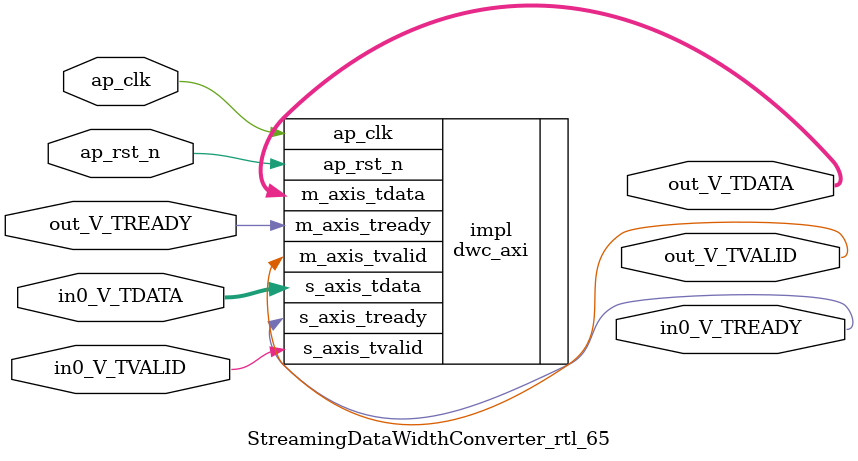
<source format=v>
/******************************************************************************
 * Copyright (C) 2023, Advanced Micro Devices, Inc.
 * All rights reserved.
 *
 * Redistribution and use in source and binary forms, with or without
 * modification, are permitted provided that the following conditions are met:
 *
 *  1. Redistributions of source code must retain the above copyright notice,
 *     this list of conditions and the following disclaimer.
 *
 *  2. Redistributions in binary form must reproduce the above copyright
 *     notice, this list of conditions and the following disclaimer in the
 *     documentation and/or other materials provided with the distribution.
 *
 *  3. Neither the name of the copyright holder nor the names of its
 *     contributors may be used to endorse or promote products derived from
 *     this software without specific prior written permission.
 *
 * THIS SOFTWARE IS PROVIDED BY THE COPYRIGHT HOLDERS AND CONTRIBUTORS "AS IS"
 * AND ANY EXPRESS OR IMPLIED WARRANTIES, INCLUDING, BUT NOT LIMITED TO,
 * THE IMPLIED WARRANTIES OF MERCHANTABILITY AND FITNESS FOR A PARTICULAR
 * PURPOSE ARE DISCLAIMED. IN NO EVENT SHALL THE COPYRIGHT HOLDER OR
 * CONTRIBUTORS BE LIABLE FOR ANY DIRECT, INDIRECT, INCIDENTAL, SPECIAL,
 * EXEMPLARY, OR CONSEQUENTIAL DAMAGES (INCLUDING, BUT NOT LIMITED TO,
 * PROCUREMENT OF SUBSTITUTE GOODS OR SERVICES; LOSS OF USE, DATA, OR PROFITS;
 * OR BUSINESS INTERRUPTION). HOWEVER CAUSED AND ON ANY THEORY OF LIABILITY,
 * WHETHER IN CONTRACT, STRICT LIABILITY, OR TORT (INCLUDING NEGLIGENCE OR
 * OTHERWISE) ARISING IN ANY WAY OUT OF THE USE OF THIS SOFTWARE, EVEN IF
 * ADVISED OF THE POSSIBILITY OF SUCH DAMAGE.
 *****************************************************************************/

module StreamingDataWidthConverter_rtl_65 #(
	parameter  IBITS = 256,
	parameter  OBITS = 4,

	parameter  AXI_IBITS = (IBITS+7)/8 * 8,
	parameter  AXI_OBITS = (OBITS+7)/8 * 8
)(
	//- Global Control ------------------
	(* X_INTERFACE_INFO = "xilinx.com:signal:clock:1.0 ap_clk CLK" *)
	(* X_INTERFACE_PARAMETER = "ASSOCIATED_BUSIF in0_V:out_V, ASSOCIATED_RESET ap_rst_n" *)
	input	ap_clk,
	(* X_INTERFACE_PARAMETER = "POLARITY ACTIVE_LOW" *)
	input	ap_rst_n,

	//- AXI Stream - Input --------------
	output	in0_V_TREADY,
	input	in0_V_TVALID,
	input	[AXI_IBITS-1:0]  in0_V_TDATA,

	//- AXI Stream - Output -------------
	input	out_V_TREADY,
	output	out_V_TVALID,
	output	[AXI_OBITS-1:0]  out_V_TDATA
);

	dwc_axi #(
		.IBITS(IBITS),
		.OBITS(OBITS)
	) impl (
		.ap_clk(ap_clk),
		.ap_rst_n(ap_rst_n),
		.s_axis_tready(in0_V_TREADY),
		.s_axis_tvalid(in0_V_TVALID),
		.s_axis_tdata(in0_V_TDATA),
		.m_axis_tready(out_V_TREADY),
		.m_axis_tvalid(out_V_TVALID),
		.m_axis_tdata(out_V_TDATA)
	);

endmodule

</source>
